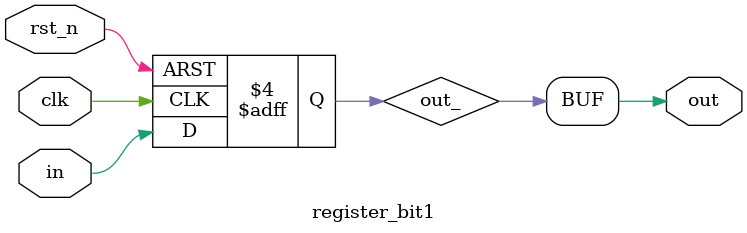
<source format=sv>
module register_bit1 #(
    parameter ADDR_WIDTH=1) 
(
    input logic clk,    // Clock
    input logic rst_n,  // Asynchronous reset active lo
    input logic [ADDR_WIDTH-1:0]in, // Val to be written to reg
    output logic [ADDR_WIDTH-1:0]out // Val read out
);
    logic [ADDR_WIDTH-1:0] out_;

    always_ff @(posedge clk or negedge rst_n) begin : proc_1
        if(~rst_n) begin
            out_ <= 0;
        end else begin
            out_ <= in;
        end
    end

    always_comb begin : proc_2
        out <= out_;
    end

endmodule

</source>
